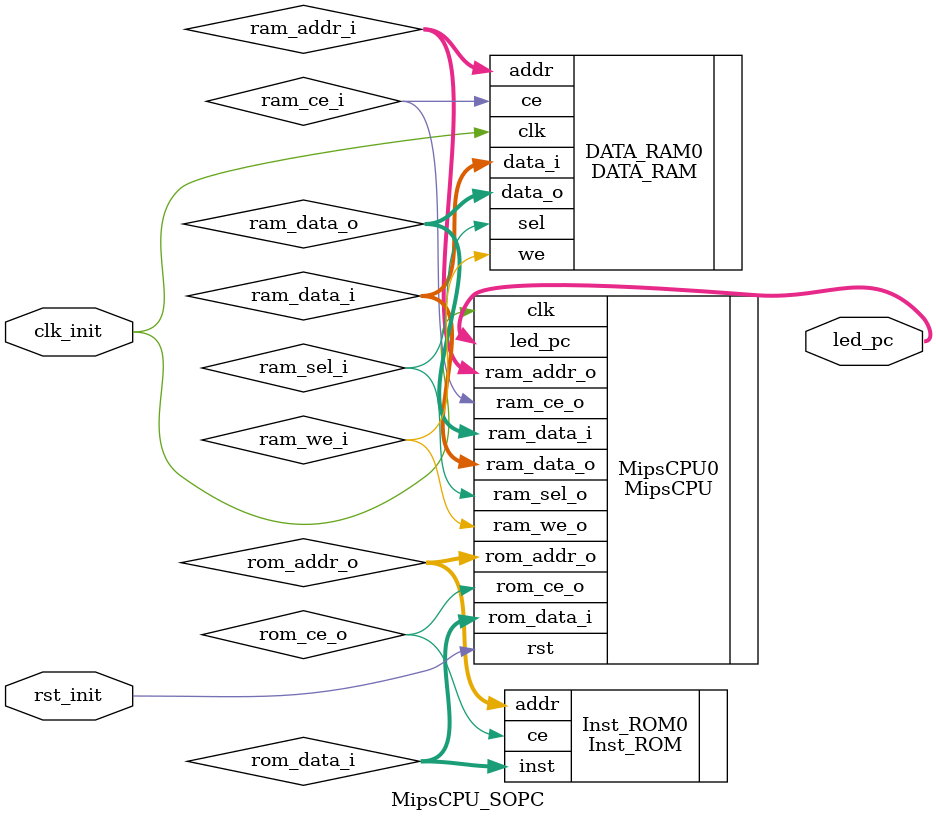
<source format=v>
`timescale 1ns / 1ps
module MipsCPU_SOPC(
	input wire clk_init,
	input wire rst_init,
	
	output wire [15:0] led_pc
    );

	wire [31:0] rom_data_i;
	wire [31:0] rom_addr_o;
	wire rom_ce_o;
	
	wire [31:0] ram_data_o; 
	wire [31:0] ram_addr_i;
	wire [31:0] ram_data_i;
	wire ram_we_i;
	wire ram_ce_i;
	wire ram_sel_i;

	MipsCPU MipsCPU0 (
		.clk(clk_init), 
		.rst(rst_init), 
		.rom_data_i(rom_data_i),  
		.rom_addr_o(rom_addr_o), 
		.rom_ce_o(rom_ce_o),
		
		.ram_data_i(ram_data_o), 
		.ram_addr_o(ram_addr_i),
		.ram_data_o(ram_data_i),
		.ram_we_o(ram_we_i),
		.ram_ce_o(ram_ce_i),
		.ram_sel_o(ram_sel_i),
		
		.led_pc(led_pc)
	);
	
	Inst_ROM Inst_ROM0 (
		.ce(rom_ce_o),
		.addr(rom_addr_o),
		.inst(rom_data_i)
	);
	
	DATA_RAM DATA_RAM0 (
		.clk(clk_init),
		.data_i(ram_data_i), 
		.addr(ram_addr_i),
		.data_o(ram_data_o),
		.we(ram_we_i),
		.ce(ram_ce_i),
		.sel(ram_sel_i)
	);

endmodule

</source>
